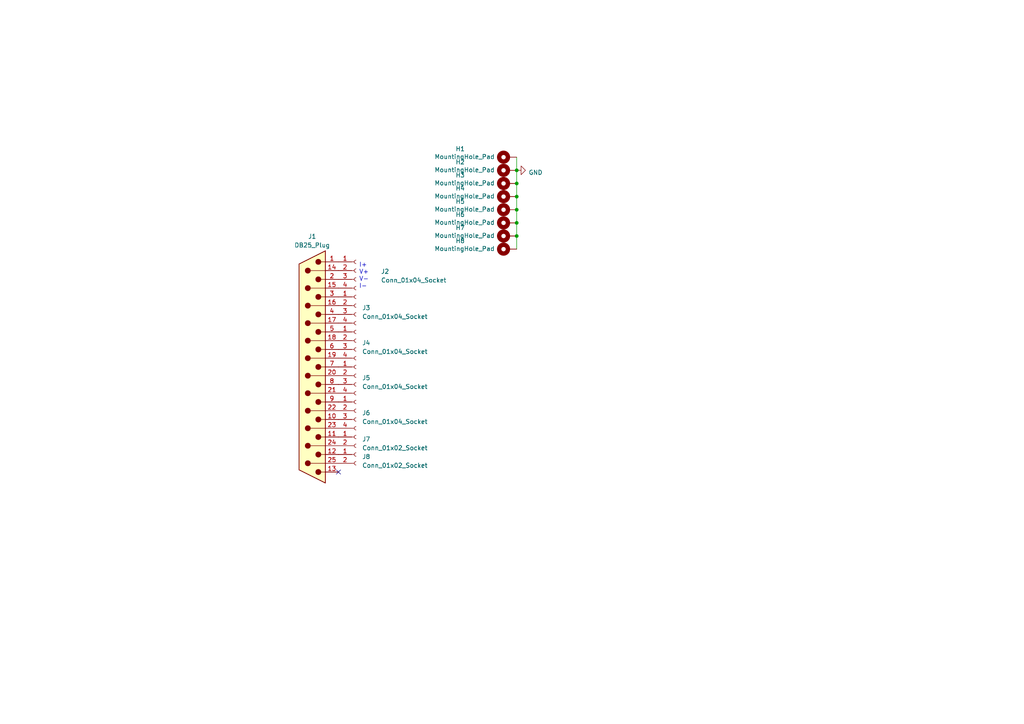
<source format=kicad_sch>
(kicad_sch (version 20230121) (generator eeschema)
  (paper "A4")
  (lib_symbols
    (symbol "Connector:Conn_01x02_Socket" (pin_names (offset 1.016) hide)
      (property "Reference" "J" (at 0 2.54 0))
      (property "Value" "Conn_01x02_Socket" (at 0 -5.08 0))
      (symbol "Conn_01x02_Socket_1_1"
        (arc (start 0 -2.032) (mid -0.5058 -2.54) (end 0 -3.048) (stroke (width 0.1524)))
        (polyline (pts (xy -1.27 -2.54) (xy -0.508 -2.54)) (stroke (width 0.1524)))
        (polyline (pts (xy -1.27 0) (xy -0.508 0)) (stroke (width 0.1524)))
        (arc (start 0 0.508) (mid -0.5058 0) (end 0 -0.508) (stroke (width 0.1524)))
        (pin passive line (at -5.08 0 0) (length 3.81) (name "Pin_1") (number "1"))
        (pin passive line (at -5.08 -2.54 0) (length 3.81) (name "Pin_2") (number "2"))
      )
    )
    (symbol "Connector:Conn_01x04_Socket" (pin_names (offset 1.016) hide)
      (property "Reference" "J" (at 0 5.08 0))
      (property "Value" "Conn_01x04_Socket" (at 0 -7.62 0))
      (symbol "Conn_01x04_Socket_1_1"
        (arc (start 0 -4.572) (mid -0.5058 -5.08) (end 0 -5.588) (stroke (width 0.1524)))
        (arc (start 0 -2.032) (mid -0.5058 -2.54) (end 0 -3.048) (stroke (width 0.1524)))
        (polyline (pts (xy -1.27 -5.08) (xy -0.508 -5.08)) (stroke (width 0.1524)))
        (polyline (pts (xy -1.27 -2.54) (xy -0.508 -2.54)) (stroke (width 0.1524)))
        (polyline (pts (xy -1.27 0) (xy -0.508 0)) (stroke (width 0.1524)))
        (polyline (pts (xy -1.27 2.54) (xy -0.508 2.54)) (stroke (width 0.1524)))
        (arc (start 0 0.508) (mid -0.5058 0) (end 0 -0.508) (stroke (width 0.1524)))
        (arc (start 0 3.048) (mid -0.5058 2.54) (end 0 2.032) (stroke (width 0.1524)))
        (pin passive line (at -5.08 2.54 0) (length 3.81) (name "Pin_1") (number "1"))
        (pin passive line (at -5.08 0 0) (length 3.81) (name "Pin_2") (number "2"))
        (pin passive line (at -5.08 -2.54 0) (length 3.81) (name "Pin_3") (number "3"))
        (pin passive line (at -5.08 -5.08 0) (length 3.81) (name "Pin_4") (number "4"))
      )
    )
    (symbol "Connector:DB25_Plug" (pin_names (offset 1.016) hide)
      (property "Reference" "J" (at 0 34.29 0))
      (property "Value" "DB25_Plug" (at 0 -34.925 0))
      (symbol "DB25_Plug_0_1"
        (circle (center -1.778 -30.48) (radius 0.762) (fill (type outline)))
        (circle (center -1.778 -25.4) (radius 0.762) (fill (type outline)))
        (circle (center -1.778 -20.32) (radius 0.762) (fill (type outline)))
        (circle (center -1.778 -15.24) (radius 0.762) (fill (type outline)))
        (circle (center -1.778 -10.16) (radius 0.762) (fill (type outline)))
        (circle (center -1.778 -5.08) (radius 0.762) (fill (type outline)))
        (circle (center -1.778 0) (radius 0.762) (fill (type outline)))
        (circle (center -1.778 5.08) (radius 0.762) (fill (type outline)))
        (circle (center -1.778 10.16) (radius 0.762) (fill (type outline)))
        (circle (center -1.778 15.24) (radius 0.762) (fill (type outline)))
        (circle (center -1.778 20.32) (radius 0.762) (fill (type outline)))
        (circle (center -1.778 25.4) (radius 0.762) (fill (type outline)))
        (circle (center -1.778 30.48) (radius 0.762) (fill (type outline)))
        (polyline (pts (xy -3.81 -30.48) (xy -2.54 -30.48)))
        (polyline (pts (xy -3.81 -27.94) (xy 0.508 -27.94)))
        (polyline (pts (xy -3.81 -25.4) (xy -2.54 -25.4)))
        (polyline (pts (xy -3.81 -22.86) (xy 0.508 -22.86)))
        (polyline (pts (xy -3.81 -20.32) (xy -2.54 -20.32)))
        (polyline (pts (xy -3.81 -17.78) (xy 0.508 -17.78)))
        (polyline (pts (xy -3.81 -15.24) (xy -2.54 -15.24)))
        (polyline (pts (xy -3.81 -12.7) (xy 0.508 -12.7)))
        (polyline (pts (xy -3.81 -10.16) (xy -2.54 -10.16)))
        (polyline (pts (xy -3.81 -7.62) (xy 0.508 -7.62)))
        (polyline (pts (xy -3.81 -5.08) (xy -2.54 -5.08)))
        (polyline (pts (xy -3.81 -2.54) (xy 0.508 -2.54)))
        (polyline (pts (xy -3.81 0) (xy -2.54 0)))
        (polyline (pts (xy -3.81 2.54) (xy 0.508 2.54)))
        (polyline (pts (xy -3.81 5.08) (xy -2.54 5.08)))
        (polyline (pts (xy -3.81 7.62) (xy 0.508 7.62)))
        (polyline (pts (xy -3.81 10.16) (xy -2.54 10.16)))
        (polyline (pts (xy -3.81 12.7) (xy 0.508 12.7)))
        (polyline (pts (xy -3.81 15.24) (xy -2.54 15.24)))
        (polyline (pts (xy -3.81 17.78) (xy 0.508 17.78)))
        (polyline (pts (xy -3.81 20.32) (xy -2.54 20.32)))
        (polyline (pts (xy -3.81 22.86) (xy 0.508 22.86)))
        (polyline (pts (xy -3.81 25.4) (xy -2.54 25.4)))
        (polyline (pts (xy -3.81 27.94) (xy 0.508 27.94)))
        (polyline (pts (xy -3.81 30.48) (xy -2.54 30.48)))
        (polyline (pts (xy -3.81 -33.655) (xy 3.81 -29.845) (xy 3.81 29.845) (xy -3.81 33.655) (xy -3.81 -33.655)) (stroke (width 0.254)) (fill (type background)))
        (circle (center 1.27 -27.94) (radius 0.762) (fill (type outline)))
        (circle (center 1.27 -22.86) (radius 0.762) (fill (type outline)))
        (circle (center 1.27 -17.78) (radius 0.762) (fill (type outline)))
        (circle (center 1.27 -12.7) (radius 0.762) (fill (type outline)))
        (circle (center 1.27 -7.62) (radius 0.762) (fill (type outline)))
        (circle (center 1.27 -2.54) (radius 0.762) (fill (type outline)))
        (circle (center 1.27 2.54) (radius 0.762) (fill (type outline)))
        (circle (center 1.27 7.62) (radius 0.762) (fill (type outline)))
        (circle (center 1.27 12.7) (radius 0.762) (fill (type outline)))
        (circle (center 1.27 17.78) (radius 0.762) (fill (type outline)))
        (circle (center 1.27 22.86) (radius 0.762) (fill (type outline)))
        (circle (center 1.27 27.94) (radius 0.762) (fill (type outline)))
      )
      (symbol "DB25_Plug_1_1"
        (pin passive line (at -7.62 -30.48 0) (length 3.81) (name "1") (number "1"))
        (pin passive line (at -7.62 15.24 0) (length 3.81) (name "10") (number "10"))
        (pin passive line (at -7.62 20.32 0) (length 3.81) (name "11") (number "11"))
        (pin passive line (at -7.62 25.4 0) (length 3.81) (name "12") (number "12"))
        (pin passive line (at -7.62 30.48 0) (length 3.81) (name "13") (number "13"))
        (pin passive line (at -7.62 -27.94 0) (length 3.81) (name "P14") (number "14"))
        (pin passive line (at -7.62 -22.86 0) (length 3.81) (name "P15") (number "15"))
        (pin passive line (at -7.62 -17.78 0) (length 3.81) (name "P16") (number "16"))
        (pin passive line (at -7.62 -12.7 0) (length 3.81) (name "P17") (number "17"))
        (pin passive line (at -7.62 -7.62 0) (length 3.81) (name "P18") (number "18"))
        (pin passive line (at -7.62 -2.54 0) (length 3.81) (name "P19") (number "19"))
        (pin passive line (at -7.62 -25.4 0) (length 3.81) (name "2") (number "2"))
        (pin passive line (at -7.62 2.54 0) (length 3.81) (name "P20") (number "20"))
        (pin passive line (at -7.62 7.62 0) (length 3.81) (name "P21") (number "21"))
        (pin passive line (at -7.62 12.7 0) (length 3.81) (name "P22") (number "22"))
        (pin passive line (at -7.62 17.78 0) (length 3.81) (name "P23") (number "23"))
        (pin passive line (at -7.62 22.86 0) (length 3.81) (name "P24") (number "24"))
        (pin passive line (at -7.62 27.94 0) (length 3.81) (name "P25") (number "25"))
        (pin passive line (at -7.62 -20.32 0) (length 3.81) (name "3") (number "3"))
        (pin passive line (at -7.62 -15.24 0) (length 3.81) (name "4") (number "4"))
        (pin passive line (at -7.62 -10.16 0) (length 3.81) (name "5") (number "5"))
        (pin passive line (at -7.62 -5.08 0) (length 3.81) (name "6") (number "6"))
        (pin passive line (at -7.62 0 0) (length 3.81) (name "7") (number "7"))
        (pin passive line (at -7.62 5.08 0) (length 3.81) (name "8") (number "8"))
        (pin passive line (at -7.62 10.16 0) (length 3.81) (name "9") (number "9"))
      )
    )
    (symbol "Mechanical:MountingHole_Pad" (pin_numbers hide) (pin_names (offset 1.016) hide)
      (property "Reference" "H" (at 0 6.35 0))
      (property "Value" "MountingHole_Pad" (at 0 4.445 0))
      (symbol "MountingHole_Pad_0_1"
        (circle (center 0 1.27) (radius 1.27) (stroke (width 1.27)))
      )
      (symbol "MountingHole_Pad_1_1"
        (pin input line (at 0 -2.54 90) (length 2.54) (name "1") (number "1"))
      )
    )
    (symbol "power:GND" (power) (pin_names (offset 0))
      (property "Value" "GND" (at 0 -3.81 0))
      (symbol "GND_0_1"
        (polyline (pts (xy 0 0) (xy 0 -1.27) (xy 1.27 -1.27) (xy 0 -2.54) (xy -1.27 -1.27) (xy 0 -1.27)))
      )
      (symbol "GND_1_1"
        (pin power_in line (at 0 0 270) (length 0) hide (name "GND") (number "1"))
      )
    )
  )
  (junction (at 149.86 68.453))
  (junction (at 149.86 64.643))
  (junction (at 149.86 49.403))
  (junction (at 149.86 53.213))
  (junction (at 149.86 57.023))
  (junction (at 149.86 60.833))
  (no_connect (at 98.171 136.906))
  (wire (pts (xy 149.86 64.643) (xy 149.86 68.453)))
  (wire (pts (xy 149.86 60.833) (xy 149.86 64.643)))
  (wire (pts (xy 149.86 68.453) (xy 149.86 72.263)))
  (wire (pts (xy 149.86 49.403) (xy 149.86 53.213)))
  (wire (pts (xy 149.86 57.023) (xy 149.86 60.833)))
  (wire (pts (xy 149.86 53.213) (xy 149.86 57.023)))
  (wire (pts (xy 149.86 45.593) (xy 149.86 49.403)))
  (text "I+\nV+\nV-\nI-" (at 104.14 83.82 0) (effects (font (size 1.27 1.27)) (justify left bottom)))
  (symbol (lib_id "Mechanical:MountingHole_Pad") (at 147.32 57.023 90) (unit 1)
    (property "Reference" "H4" (at 133.477 54.61 90))
    (property "Value" "MountingHole_Pad" (at 134.747 56.896 90))
    (property "Footprint" "MountingHole:MountingHole_5mm_Pad" (effects hide))
  )
  (symbol (lib_id "power:GND") (at 149.86 49.403 90) (unit 1)
    (property "Reference" "#PWR01" (effects hide))
    (property "Value" "GND" (at 153.289 50.038 90) (effects (justify right)))
  )
  (symbol (lib_id "Connector:Conn_01x04_Socket") (at 103.251 119.126 0) (unit 1)
    (property "Reference" "J6" (at 105.029 119.761 0) (effects (justify left)))
    (property "Value" "Conn_01x04_Socket" (at 105.029 122.301 0) (effects (justify left)))
    (property "Footprint" "Connector_PinSocket_2.54mm:PinSocket_1x04_P2.54mm_Vertical" (effects hide))
    (property "LCSC" "C2718488" (effects hide))
  )
  (symbol (lib_id "Connector:Conn_01x04_Socket") (at 103.251 88.646 0) (unit 1)
    (property "Reference" "J3" (at 105.029 89.281 0) (effects (justify left)))
    (property "Value" "Conn_01x04_Socket" (at 105.029 91.821 0) (effects (justify left)))
    (property "Footprint" "Connector_PinSocket_2.54mm:PinSocket_1x04_P2.54mm_Vertical" (effects hide))
    (property "LCSC" "C2718488" (effects hide))
  )
  (symbol (lib_id "Mechanical:MountingHole_Pad") (at 147.32 49.403 90) (unit 1)
    (property "Reference" "H2" (at 133.477 46.99 90))
    (property "Value" "MountingHole_Pad" (at 134.747 49.276 90))
    (property "Footprint" "MountingHole:MountingHole_5mm_Pad" (effects hide))
  )
  (symbol (lib_id "Mechanical:MountingHole_Pad") (at 147.32 45.593 90) (unit 1)
    (property "Reference" "H1" (at 133.477 43.18 90))
    (property "Value" "MountingHole_Pad" (at 134.747 45.466 90))
    (property "Footprint" "MountingHole:MountingHole_5mm_Pad" (effects hide))
  )
  (symbol (lib_id "Mechanical:MountingHole_Pad") (at 147.32 53.213 90) (unit 1)
    (property "Reference" "H3" (at 133.477 50.8 90))
    (property "Value" "MountingHole_Pad" (at 134.747 53.086 90))
    (property "Footprint" "MountingHole:MountingHole_5mm_Pad" (effects hide))
  )
  (symbol (lib_id "Mechanical:MountingHole_Pad") (at 147.32 72.263 90) (unit 1)
    (property "Reference" "H8" (at 133.477 69.85 90))
    (property "Value" "MountingHole_Pad" (at 134.747 72.136 90))
    (property "Footprint" "MountingHole:MountingHole_5mm_Pad" (effects hide))
  )
  (symbol (lib_id "Connector:Conn_01x04_Socket") (at 103.251 78.486 0) (unit 1)
    (property "Reference" "J2" (at 110.49 78.74 0) (effects (justify left)))
    (property "Value" "Conn_01x04_Socket" (at 110.49 81.28 0) (effects (justify left)))
    (property "Footprint" "Connector_PinSocket_2.54mm:PinSocket_1x04_P2.54mm_Vertical" (effects hide))
    (property "LCSC" "C2718488" (effects hide))
  )
  (symbol (lib_id "Connector:Conn_01x04_Socket") (at 103.251 98.806 0) (unit 1)
    (property "Reference" "J4" (at 105.029 99.441 0) (effects (justify left)))
    (property "Value" "Conn_01x04_Socket" (at 105.029 101.981 0) (effects (justify left)))
    (property "Footprint" "Connector_PinSocket_2.54mm:PinSocket_1x04_P2.54mm_Vertical" (effects hide))
    (property "LCSC" "C2718488" (effects hide))
  )
  (symbol (lib_id "Mechanical:MountingHole_Pad") (at 147.32 60.833 90) (unit 1)
    (property "Reference" "H5" (at 133.477 58.42 90))
    (property "Value" "MountingHole_Pad" (at 134.747 60.706 90))
    (property "Footprint" "MountingHole:MountingHole_5mm_Pad" (effects hide))
  )
  (symbol (lib_id "Connector:Conn_01x02_Socket") (at 103.251 126.746 0) (unit 1)
    (property "Reference" "J7" (at 105.029 127.381 0) (effects (justify left)))
    (property "Value" "Conn_01x02_Socket" (at 105.029 129.921 0) (effects (justify left)))
    (property "Footprint" "Connector_PinSocket_2.54mm:PinSocket_1x02_P2.54mm_Vertical" (effects hide))
    (property "LCSC" "C2935896" (effects hide))
  )
  (symbol (lib_id "Mechanical:MountingHole_Pad") (at 147.32 64.643 90) (unit 1)
    (property "Reference" "H6" (at 133.477 62.23 90))
    (property "Value" "MountingHole_Pad" (at 134.747 64.516 90))
    (property "Footprint" "MountingHole:MountingHole_5mm_Pad" (effects hide))
  )
  (symbol (lib_id "Connector:Conn_01x04_Socket") (at 103.251 108.966 0) (unit 1)
    (property "Reference" "J5" (at 105.029 109.601 0) (effects (justify left)))
    (property "Value" "Conn_01x04_Socket" (at 105.029 112.141 0) (effects (justify left)))
    (property "Footprint" "Connector_PinSocket_2.54mm:PinSocket_1x04_P2.54mm_Vertical" (effects hide))
    (property "LCSC" "C2718488" (effects hide))
  )
  (symbol (lib_id "Mechanical:MountingHole_Pad") (at 147.32 68.453 90) (unit 1)
    (property "Reference" "H7" (at 133.477 66.04 90))
    (property "Value" "MountingHole_Pad" (at 134.747 68.326 90))
    (property "Footprint" "MountingHole:MountingHole_5mm_Pad" (effects hide))
  )
  (symbol (lib_id "Connector:DB25_Plug") (at 90.551 106.426 180) (unit 1)
    (property "Reference" "J1" (at 90.551 68.58 0))
    (property "Value" "DB25_Plug" (at 90.551 71.12 0))
    (property "Footprint" "0_footprint_lib:DB25-TH_FDB2501-M0DB300K6KA" (effects hide))
    (property "Datasheet" " ~" (effects hide))
    (property "LCSC" "C2834344" (effects hide))
  )
  (symbol (lib_id "Connector:Conn_01x02_Socket") (at 103.251 131.826 0) (unit 1)
    (property "Reference" "J8" (at 105.029 132.461 0) (effects (justify left)))
    (property "Value" "Conn_01x02_Socket" (at 105.029 135.001 0) (effects (justify left)))
    (property "Footprint" "Connector_PinSocket_2.54mm:PinSocket_1x02_P2.54mm_Vertical" (effects hide))
    (property "LCSC" "C2935896" (effects hide))
  )
)
</source>
